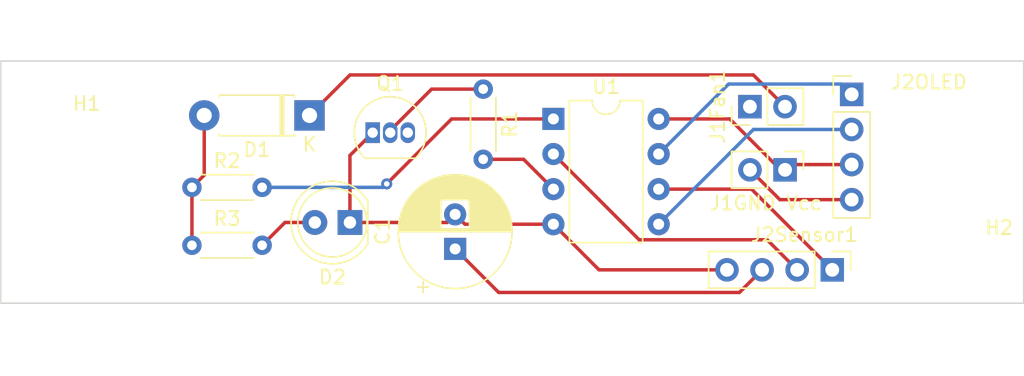
<source format=kicad_pcb>
(kicad_pcb (version 20211014) (generator pcbnew)
  (layers (0 "F.Cu" signal) (31 "B.Cu" signal) (34 "B.Paste" user) (35 "F.Paste" user) (36 "B.SilkS" user "B.Silkscreen") (37 "F.SilkS" user "F.Silkscreen") (38 "B.Mask" user) (39 "F.Mask" user) (44 "Edge.Cuts" user))
  (net 0 "")
  (net 1 "/Vcc")
  (net 2 "GND")
  (net 3 "/Fan1")
  (net 4 "Net-(D2-Pad2)")
  (net 5 "/Fan2")
  (net 6 "/Enable")
  (net 7 "/AI_OUT")
  (net 8 "Net-(Q1-Pad2)")
  (net 9 "Net-(R1-Pad2)")
  (net 10 "Net-(R2-Pad2)")
  (net 11 "/SDA")
  (net 12 "/SCL")
  (footprint "Resistor_THT:R_Axial_DIN0204_L3.6mm_D1.6mm_P5.08mm_Horizontal" (layer "F.Cu") (at 109.728 84.836)
    (fp_text reference "R3" (at 2.54 -1.92) (layer "F.SilkS"))
    (fp_text value "R330")
    (fp_line (start 0.62 0.92) (end 4.46 0.92) (layer "F.SilkS") (width 0.12))
    (fp_line (start 0.62 -0.92) (end 4.46 -0.92) (layer "F.SilkS") (width 0.12))
    (pad "1" thru_hole circle (at 0 0) (size 1.4 1.4) (drill 0.7) (layers *.Cu *.Mask) (net 1 "/Vcc"))
    (pad "2" thru_hole oval (at 5.08 0) (size 1.4 1.4) (drill 0.7) (layers *.Cu *.Mask) (net 4 "Net-(D2-Pad2)"))
  )
  (footprint "Resistor_THT:R_Axial_DIN0204_L3.6mm_D1.6mm_P5.08mm_Horizontal" (layer "F.Cu") (at 130.81 73.533 -90)
    (fp_text reference "R1" (at 2.54 -1.92 90) (layer "F.SilkS"))
    (fp_text value "10k")
    (fp_line (start 0.62 0.92) (end 4.46 0.92) (layer "F.SilkS") (width 0.12))
    (fp_line (start 0.62 -0.92) (end 4.46 -0.92) (layer "F.SilkS") (width 0.12))
    (pad "1" thru_hole circle (at 0 0 270) (size 1.4 1.4) (drill 0.7) (layers *.Cu *.Mask) (net 8 "Net-(Q1-Pad2)"))
    (pad "2" thru_hole oval (at 5.08 0 270) (size 1.4 1.4) (drill 0.7) (layers *.Cu *.Mask) (net 9 "Net-(R1-Pad2)"))
  )
  (footprint "Diode_THT:D_DO-41_SOD81_P7.62mm_Horizontal" (layer "F.Cu") (at 118.237 75.438 180)
    (fp_text reference "D1" (at 3.81 -2.47 180) (layer "F.SilkS"))
    (fp_text value "1N53xxB")
    (fp_text user "K" (at 0 -2.1 180) (layer "F.SilkS"))
    (fp_line (start 1.09 -1.34) (end 1.09 -1.47) (layer "F.SilkS") (width 0.12))
    (fp_line (start 2.11 -1.47) (end 2.11 1.47) (layer "F.SilkS") (width 0.12))
    (fp_line (start 6.53 1.47) (end 6.53 1.34) (layer "F.SilkS") (width 0.12))
    (fp_line (start 1.99 -1.47) (end 1.99 1.47) (layer "F.SilkS") (width 0.12))
    (fp_line (start 1.09 1.34) (end 1.09 1.47) (layer "F.SilkS") (width 0.12))
    (fp_line (start 1.09 1.47) (end 6.53 1.47) (layer "F.SilkS") (width 0.12))
    (fp_line (start 1.87 -1.47) (end 1.87 1.47) (layer "F.SilkS") (width 0.12))
    (fp_line (start 1.09 -1.47) (end 6.53 -1.47) (layer "F.SilkS") (width 0.12))
    (fp_line (start 6.53 -1.47) (end 6.53 -1.34) (layer "F.SilkS") (width 0.12))
    (pad "1" thru_hole rect (at 0 0 180) (size 2.2 2.2) (drill 1.1) (layers *.Cu *.Mask) (net 3 "/Fan1"))
    (pad "2" thru_hole oval (at 7.62 0 180) (size 2.2 2.2) (drill 1.1) (layers *.Cu *.Mask) (net 1 "/Vcc"))
  )
  (footprint "Resistor_THT:R_Axial_DIN0204_L3.6mm_D1.6mm_P5.08mm_Horizontal" (layer "F.Cu") (at 109.728 80.645)
    (fp_text reference "R2" (at 2.54 -1.92) (layer "F.SilkS"))
    (fp_text value "10K")
    (fp_line (start 0.62 0.92) (end 4.46 0.92) (layer "F.SilkS") (width 0.12))
    (fp_line (start 0.62 -0.92) (end 4.46 -0.92) (layer "F.SilkS") (width 0.12))
    (pad "1" thru_hole circle (at 0 0) (size 1.4 1.4) (drill 0.7) (layers *.Cu *.Mask) (net 1 "/Vcc"))
    (pad "2" thru_hole oval (at 5.08 0) (size 1.4 1.4) (drill 0.7) (layers *.Cu *.Mask) (net 10 "Net-(R2-Pad2)"))
  )
  (footprint "Connector_PinHeader_2.54mm:PinHeader_1x02_P2.54mm_Vertical" (layer "F.Cu") (at 152.659 79.375 -90)
    (fp_text reference "J1GND Vcc" (at 2.413 1.402 180) (layer "F.SilkS"))
    (fp_text value "Conn_01x02_Female")
    (fp_line (start -1.33 1.27) (end -1.33 3.87) (layer "F.SilkS") (width 0.12))
    (fp_line (start 1.33 1.27) (end 1.33 3.87) (layer "F.SilkS") (width 0.12))
    (fp_line (start -1.33 0) (end -1.33 -1.33) (layer "F.SilkS") (width 0.12))
    (fp_line (start -1.33 -1.33) (end 0 -1.33) (layer "F.SilkS") (width 0.12))
    (fp_line (start -1.33 3.87) (end 1.33 3.87) (layer "F.SilkS") (width 0.12))
    (fp_line (start -1.33 1.27) (end 1.33 1.27) (layer "F.SilkS") (width 0.12))
    (pad "1" thru_hole rect (at 0 0 270) (size 1.7 1.7) (drill 1) (layers *.Cu *.Mask) (net 1 "/Vcc"))
    (pad "2" thru_hole oval (at 0 2.54 270) (size 1.7 1.7) (drill 1) (layers *.Cu *.Mask) (net 2 "GND"))
  )
  (footprint "MountingHole:MountingHole_4.3mm_M4" (layer "F.Cu") (at 102.108 79.883)
    (fp_text reference "H1" (at 0 -5.3) (layer "F.SilkS"))
    (fp_text value "MountingHole")
    (pad "" np_thru_hole circle (at 0 0) (size 4.3 4.3) (drill 4.3) (layers *.Cu *.Mask))
  )
  (footprint "MountingHole:MountingHole_4.3mm_M4" (layer "F.Cu") (at 164.084 79.248)
    (fp_text reference "H2" (at 4.064 4.318) (layer "F.SilkS"))
    (fp_text value "MountingHole")
    (pad "" np_thru_hole circle (at 0 0) (size 4.3 4.3) (drill 4.3) (layers *.Cu *.Mask))
  )
  (footprint "LED_THT:LED_D5.0mm_Clear" (layer "F.Cu") (at 121.163 83.185 180)
    (fp_text reference "D2" (at 1.27 -3.96 180) (layer "F.SilkS"))
    (fp_text value "LED")
    (fp_line (start -1.29 -1.545) (end -1.29 1.545) (layer "F.SilkS") (width 0.12))
    (fp_arc (start 4.26 -0.000462) (mid 2.072002 2.880433) (end -1.29 1.54483) (layer "F.SilkS") (width 0.12))
    (fp_arc (start -1.29 -1.54483) (mid 2.072002 -2.880433) (end 4.26 0.000462) (layer "F.SilkS") (width 0.12))
    (fp_circle (center 1.27 0) (end 3.77 0) (layer "F.SilkS") (width 0.12) (fill none))
    (pad "1" thru_hole rect (at 0 0 180) (size 1.8 1.8) (drill 0.9) (layers *.Cu *.Mask) (net 2 "GND"))
    (pad "2" thru_hole circle (at 2.54 0 180) (size 1.8 1.8) (drill 0.9) (layers *.Cu *.Mask) (net 4 "Net-(D2-Pad2)"))
  )
  (footprint "Connector_PinHeader_2.54mm:PinHeader_1x04_P2.54mm_Vertical" (layer "F.Cu") (at 156.073 86.614 -90)
    (fp_text reference "J2Sensor1" (at -2.54 2.022 180) (layer "F.SilkS"))
    (fp_text value "Conn_01x04_Female")
    (fp_line (start 1.33 1.27) (end 1.33 8.95) (layer "F.SilkS") (width 0.12))
    (fp_line (start -1.33 1.27) (end -1.33 8.95) (layer "F.SilkS") (width 0.12))
    (fp_line (start -1.33 0) (end -1.33 -1.33) (layer "F.SilkS") (width 0.12))
    (fp_line (start -1.33 1.27) (end 1.33 1.27) (layer "F.SilkS") (width 0.12))
    (fp_line (start -1.33 -1.33) (end 0 -1.33) (layer "F.SilkS") (width 0.12))
    (fp_line (start -1.33 8.95) (end 1.33 8.95) (layer "F.SilkS") (width 0.12))
    (pad "1" thru_hole rect (at 0 0 270) (size 1.7 1.7) (drill 1) (layers *.Cu *.Mask) (net 6 "/Enable"))
    (pad "2" thru_hole oval (at 0 2.54 270) (size 1.7 1.7) (drill 1) (layers *.Cu *.Mask) (net 7 "/AI_OUT"))
    (pad "3" thru_hole oval (at 0 5.08 270) (size 1.7 1.7) (drill 1) (layers *.Cu *.Mask) (net 1 "/Vcc"))
    (pad "4" thru_hole oval (at 0 7.62 270) (size 1.7 1.7) (drill 1) (layers *.Cu *.Mask) (net 2 "GND"))
  )
  (footprint "Capacitor_THT:CP_Radial_D8.0mm_P2.50mm" (layer "F.Cu") (at 128.778 85.099651 90)
    (fp_text reference "C1" (at 1.25 -5.25 90) (layer "F.SilkS"))
    (fp_text value "100")
    (fp_line (start 1.77 1.04) (end 1.77 4.048) (layer "F.SilkS") (width 0.12))
    (fp_line (start 3.331 -3.517) (end 3.331 -1.04) (layer "F.SilkS") (width 0.12))
    (fp_line (start 3.371 1.04) (end 3.371 3.493) (layer "F.SilkS") (width 0.12))
    (fp_line (start 4.131 -2.907) (end 4.131 2.907) (layer "F.SilkS") (width 0.12))
    (fp_line (start 2.851 -3.757) (end 2.851 -1.04) (layer "F.SilkS") (width 0.12))
    (fp_line (start 2.891 1.04) (end 2.891 3.74) (layer "F.SilkS") (width 0.12))
    (fp_line (start 3.131 1.04) (end 3.131 3.627) (layer "F.SilkS") (width 0.12))
    (fp_line (start -2.759698 -2.715) (end -2.759698 -1.915) (layer "F.SilkS") (width 0.12))
    (fp_line (start 2.971 -3.704) (end 2.971 -1.04) (layer "F.SilkS") (width 0.12))
    (fp_line (start 1.77 -4.048) (end 1.77 -1.04) (layer "F.SilkS") (width 0.12))
    (fp_line (start 4.331 -2.697) (end 4.331 2.697) (layer "F.SilkS") (width 0.12))
    (fp_line (start 3.971 -3.055) (end 3.971 3.055) (layer "F.SilkS") (width 0.12))
    (fp_line (start 2.451 1.04) (end 2.451 3.902) (layer "F.SilkS") (width 0.12))
    (fp_line (start 2.731 1.04) (end 2.731 3.805) (layer "F.SilkS") (width 0.12))
    (fp_line (start 5.171 -1.229) (end 5.171 1.229) (layer "F.SilkS") (width 0.12))
    (fp_line (start 3.651 -3.309) (end 3.651 3.309) (layer "F.SilkS") (width 0.12))
    (fp_line (start 5.131 -1.346) (end 5.131 1.346) (layer "F.SilkS") (width 0.12))
    (fp_line (start 5.251 -0.948) (end 5.251 0.948) (layer "F.SilkS") (width 0.12))
    (fp_line (start 4.091 -2.945) (end 4.091 2.945) (layer "F.SilkS") (width 0.12))
    (fp_line (start 2.411 -3.914) (end 2.411 -1.04) (layer "F.SilkS") (width 0.12))
    (fp_line (start 1.37 -4.079) (end 1.37 4.079) (layer "F.SilkS") (width 0.12))
    (fp_line (start 4.571 -2.4) (end 4.571 2.4) (layer "F.SilkS") (width 0.12))
    (fp_line (start 1.89 1.04) (end 1.89 4.03) (layer "F.SilkS") (width 0.12))
    (fp_line (start 3.611 -3.338) (end 3.611 3.338) (layer "F.SilkS") (width 0.12))
    (fp_line (start 2.531 -3.877) (end 2.531 -1.04) (layer "F.SilkS") (width 0.12))
    (fp_line (start 2.731 -3.805) (end 2.731 -1.04) (layer "F.SilkS") (width 0.12))
    (fp_line (start 2.931 1.04) (end 2.931 3.722) (layer "F.SilkS") (width 0.12))
    (fp_line (start 3.851 -3.156) (end 3.851 3.156) (layer "F.SilkS") (width 0.12))
    (fp_line (start 5.011 -1.645) (end 5.011 1.645) (layer "F.SilkS") (width 0.12))
    (fp_line (start 5.291 -0.768) (end 5.291 0.768) (layer "F.SilkS") (width 0.12))
    (fp_line (start 4.851 -1.964) (end 4.851 1.964) (layer "F.SilkS") (width 0.12))
    (fp_line (start 2.331 -3.936) (end 2.331 -1.04) (layer "F.SilkS") (width 0.12))
    (fp_line (start 2.371 1.04) (end 2.371 3.925) (layer "F.SilkS") (width 0.12))
    (fp_line (start 4.811 -2.034) (end 4.811 2.034) (layer "F.SilkS") (width 0.12))
    (fp_line (start 2.011 -4.01) (end 2.011 -1.04) (layer "F.SilkS") (width 0.12))
    (fp_line (start 3.091 -3.647) (end 3.091 -1.04) (layer "F.SilkS") (width 0.12))
    (fp_line (start 1.65 -4.061) (end 1.65 -1.04) (layer "F.SilkS") (width 0.12))
    (fp_line (start 3.731 -3.25) (end 3.731 3.25) (layer "F.SilkS") (width 0.12))
    (fp_line (start 3.891 -3.124) (end 3.891 3.124) (layer "F.SilkS") (width 0.12))
    (fp_line (start 3.691 -3.28) (end 3.691 3.28) (layer "F.SilkS") (width 0.12))
    (fp_line (start 3.291 1.04) (end 3.291 3.54) (layer "F.SilkS") (width 0.12))
    (fp_line (start 2.931 -3.722) (end 2.931 -1.04) (layer "F.SilkS") (width 0.12))
    (fp_line (start 2.331 1.04) (end 2.331 3.936) (layer "F.SilkS") (width 0.12))
    (fp_line (start 4.931 -1.813) (end 4.931 1.813) (layer "F.SilkS") (width 0.12))
    (fp_line (start 3.251 1.04) (end 3.251 3.562) (layer "F.SilkS") (width 0.12))
    (fp_line (start 3.251 -3.562) (end 3.251 -1.04) (layer "F.SilkS") (width 0.12))
    (fp_line (start 4.251 -2.784) (end 4.251 2.784) (layer "F.SilkS") (width 0.12))
    (fp_line (start 1.85 -4.037) (end 1.85 -1.04) (layer "F.SilkS") (width 0.12))
    (fp_line (start 2.451 -3.902) (end 2.451 -1.04) (layer "F.SilkS") (width 0.12))
    (fp_line (start 3.091 1.04) (end 3.091 3.647) (layer "F.SilkS") (width 0.12))
    (fp_line (start 2.691 1.04) (end 2.691 3.821) (layer "F.SilkS") (width 0.12))
    (fp_line (start 3.411 -3.469) (end 3.411 -1.04) (layer "F.SilkS") (width 0.12))
    (fp_line (start 2.651 1.04) (end 2.651 3.835) (layer "F.SilkS") (width 0.12))
    (fp_line (start 2.291 -3.947) (end 2.291 -1.04) (layer "F.SilkS") (width 0.12))
    (fp_line (start 4.051 -2.983) (end 4.051 2.983) (layer "F.SilkS") (width 0.12))
    (fp_line (start 2.011 1.04) (end 2.011 4.01) (layer "F.SilkS") (width 0.12))
    (fp_line (start 2.811 1.04) (end 2.811 3.774) (layer "F.SilkS") (width 0.12))
    (fp_line (start 1.971 -4.017) (end 1.971 -1.04) (layer "F.SilkS") (width 0.12))
    (fp_line (start 4.171 -2.867) (end 4.171 2.867) (layer "F.SilkS") (width 0.12))
    (fp_line (start 3.451 -3.444) (end 3.451 -1.04) (layer "F.SilkS") (width 0.12))
    (fp_line (start 3.211 1.04) (end 3.211 3.584) (layer "F.SilkS") (width 0.12))
    (fp_line (start 4.771 -2.102) (end 4.771 2.102) (layer "F.SilkS") (width 0.12))
    (fp_line (start 3.531 -3.392) (end 3.531 -1.04) (layer "F.SilkS") (width 0.12))
    (fp_line (start 5.091 -1.453) (end 5.091 1.453) (layer "F.SilkS") (width 0.12))
    (fp_line (start 2.811 -3.774) (end 2.811 -1.04) (layer "F.SilkS") (width 0.12))
    (fp_line (start 2.051 1.04) (end 2.051 4.002) (layer "F.SilkS") (width 0.12))
    (fp_line (start 1.49 -4.074) (end 1.49 -1.04) (layer "F.SilkS") (width 0.12))
    (fp_line (start 2.131 1.04) (end 2.131 3.985) (layer "F.SilkS") (width 0.12))
    (fp_line (start 2.571 1.04) (end 2.571 3.863) (layer "F.SilkS") (width 0.12))
    (fp_line (start 3.371 -3.493) (end 3.371 -1.04) (layer "F.SilkS") (width 0.12))
    (fp_line (start -3.159698 -2.315) (end -2.359698 -2.315) (layer "F.SilkS") (width 0.12))
    (fp_line (start 4.731 -2.166) (end 4.731 2.166) (layer "F.SilkS") (width 0.12))
    (fp_line (start 1.57 1.04) (end 1.57 4.068) (layer "F.SilkS") (width 0.12))
    (fp_line (start 4.651 -2.287) (end 4.651 2.287) (layer "F.SilkS") (width 0.12))
    (fp_line (start 2.891 -3.74) (end 2.891 -1.04) (layer "F.SilkS") (width 0.12))
    (fp_line (start 1.29 -4.08) (end 1.29 4.08) (layer "F.SilkS") (width 0.12))
    (fp_line (start 2.771 -3.79) (end 2.771 -1.04) (layer "F.SilkS") (width 0.12))
    (fp_line (start 3.331 1.04) (end 3.331 3.517) (layer "F.SilkS") (width 0.12))
    (fp_line (start 2.851 1.04) (end 2.851 3.757) (layer "F.SilkS") (width 0.12))
    (fp_line (start 1.971 1.04) (end 1.971 4.017) (layer "F.SilkS") (width 0.12))
    (fp_line (start 4.451 -2.556) (end 4.451 2.556) (layer "F.SilkS") (width 0.12))
    (fp_line (start 1.61 -4.065) (end 1.61 -1.04) (layer "F.SilkS") (width 0.12))
    (fp_line (start 1.57 -4.068) (end 1.57 -1.04) (layer "F.SilkS") (width 0.12))
    (fp_line (start 3.171 -3.606) (end 3.171 -1.04) (layer "F.SilkS") (width 0.12))
    (fp_line (start 4.531 -2.454) (end 4.531 2.454) (layer "F.SilkS") (width 0.12))
    (fp_line (start 3.011 -3.686) (end 3.011 -1.04) (layer "F.SilkS") (width 0.12))
    (fp_line (start 1.53 1.04) (end 1.53 4.071) (layer "F.SilkS") (width 0.12))
    (fp_line (start 3.411 1.04) (end 3.411 3.469) (layer "F.SilkS") (width 0.12))
    (fp_line (start 2.691 -3.821) (end 2.691 -1.04) (layer "F.SilkS") (width 0.12))
    (fp_line (start 2.211 -3.967) (end 2.211 -1.04) (layer "F.SilkS") (width 0.12))
    (fp_line (start 2.971 1.04) (end 2.971 3.704) (layer "F.SilkS") (width 0.12))
    (fp_line (start 3.211 -3.584) (end 3.211 -1.04) (layer "F.SilkS") (width 0.12))
    (fp_line (start 2.171 1.04) (end 2.171 3.976) (layer "F.SilkS") (width 0.12))
    (fp_line (start 1.93 -4.024) (end 1.93 -1.04) (layer "F.SilkS") (width 0.12))
    (fp_line (start 1.33 -4.08) (end 1.33 4.08) (layer "F.SilkS") (width 0.12))
    (fp_line (start 4.491 -2.505) (end 4.491 2.505) (layer "F.SilkS") (width 0.12))
    (fp_line (start 3.531 1.04) (end 3.531 3.392) (layer "F.SilkS") (width 0.12))
    (fp_line (start 1.89 -4.03) (end 1.89 -1.04) (layer "F.SilkS") (width 0.12))
    (fp_line (start 2.091 -3.994) (end 2.091 -1.04) (layer "F.SilkS") (width 0.12))
    (fp_line (start 3.771 -3.22) (end 3.771 3.22) (layer "F.SilkS") (width 0.12))
    (fp_line (start 1.85 1.04) (end 1.85 4.037) (layer "F.SilkS") (width 0.12))
    (fp_line (start 2.051 -4.002) (end 2.051 -1.04) (layer "F.SilkS") (width 0.12))
    (fp_line (start 2.251 1.04) (end 2.251 3.957) (layer "F.SilkS") (width 0.12))
    (fp_line (start 3.811 -3.189) (end 3.811 3.189) (layer "F.SilkS") (width 0.12))
    (fp_line (start 4.291 -2.741) (end 4.291 2.741) (layer "F.SilkS") (width 0.12))
    (fp_line (start 1.49 1.04) (end 1.49 4.074) (layer "F.SilkS") (width 0.12))
    (fp_line (start 5.051 -1.552) (end 5.051 1.552) (layer "F.SilkS") (width 0.12))
    (fp_line (start 5.211 -1.098) (end 5.211 1.098) (layer "F.SilkS") (width 0.12))
    (fp_line (start 4.611 -2.345) (end 4.611 2.345) (layer "F.SilkS") (width 0.12))
    (fp_line (start 4.891 -1.89) (end 4.891 1.89) (layer "F.SilkS") (width 0.12))
    (fp_line (start 1.81 -4.042) (end 1.81 -1.04) (layer "F.SilkS") (width 0.12))
    (fp_line (start 1.93 1.04) (end 1.93 4.024) (layer "F.SilkS") (width 0.12))
    (fp_line (start 3.051 1.04) (end 3.051 3.666) (layer "F.SilkS") (width 0.12))
    (fp_line (start 2.091 1.04) (end 2.091 3.994) (layer "F.SilkS") (width 0.12))
    (fp_line (start 2.611 1.04) (end 2.611 3.85) (layer "F.SilkS") (width 0.12))
    (fp_line (start 2.531 1.04) (end 2.531 3.877) (layer "F.SilkS") (width 0.12))
    (fp_line (start 4.011 -3.019) (end 4.011 3.019) (layer "F.SilkS") (width 0.12))
    (fp_line (start 3.931 -3.09) (end 3.931 3.09) (layer "F.SilkS") (width 0.12))
    (fp_line (start 2.251 -3.957) (end 2.251 -1.04) (layer "F.SilkS") (width 0.12))
    (fp_line (start 1.53 -4.071) (end 1.53 -1.04) (layer "F.SilkS") (width 0.12))
    (fp_line (start 4.211 -2.826) (end 4.211 2.826) (layer "F.SilkS") (width 0.12))
    (fp_line (start 1.81 1.04) (end 1.81 4.042) (layer "F.SilkS") (width 0.12))
    (fp_line (start 4.411 -2.604) (end 4.411 2.604) (layer "F.SilkS") (width 0.12))
    (fp_line (start 1.65 1.04) (end 1.65 4.061) (layer "F.SilkS") (width 0.12))
    (fp_line (start 1.69 1.04) (end 1.69 4.057) (layer "F.SilkS") (width 0.12))
    (fp_line (start 2.491 -3.889) (end 2.491 -1.04) (layer "F.SilkS") (width 0.12))
    (fp_line (start 1.25 -4.08) (end 1.25 4.08) (layer "F.SilkS") (width 0.12))
    (fp_line (start 3.131 -3.627) (end 3.131 -1.04) (layer "F.SilkS") (width 0.12))
    (fp_line (start 2.411 1.04) (end 2.411 3.914) (layer "F.SilkS") (width 0.12))
    (fp_line (start 2.611 -3.85) (end 2.611 -1.04) (layer "F.SilkS") (width 0.12))
    (fp_line (start 2.291 1.04) (end 2.291 3.947) (layer "F.SilkS") (width 0.12))
    (fp_line (start 2.171 -3.976) (end 2.171 -1.04) (layer "F.SilkS") (width 0.12))
    (fp_line (start 1.45 -4.076) (end 1.45 4.076) (layer "F.SilkS") (width 0.12))
    (fp_line (start 3.451 1.04) (end 3.451 3.444) (layer "F.SilkS") (width 0.12))
    (fp_line (start 2.371 -3.925) (end 2.371 -1.04) (layer "F.SilkS") (width 0.12))
    (fp_line (start 4.691 -2.228) (end 4.691 2.228) (layer "F.SilkS") (width 0.12))
    (fp_line (start 4.971 -1.731) (end 4.971 1.731) (layer "F.SilkS") (width 0.12))
    (fp_line (start 2.211 1.04) (end 2.211 3.967) (layer "F.SilkS") (width 0.12))
    (fp_line (start 3.291 -3.54) (end 3.291 -1.04) (layer "F.SilkS") (width 0.12))
    (fp_line (start 3.171 1.04) (end 3.171 3.606) (layer "F.SilkS") (width 0.12))
    (fp_line (start 4.371 -2.651) (end 4.371 2.651) (layer "F.SilkS") (width 0.12))
    (fp_line (start 5.331 -0.533) (end 5.331 0.533) (layer "F.SilkS") (width 0.12))
    (fp_line (start 3.571 -3.365) (end 3.571 3.365) (layer "F.SilkS") (width 0.12))
    (fp_line (start 1.61 1.04) (end 1.61 4.065) (layer "F.SilkS") (width 0.12))
    (fp_line (start 2.491 1.04) (end 2.491 3.889) (layer "F.SilkS") (width 0.12))
    (fp_line (start 2.771 1.04) (end 2.771 3.79) (layer "F.SilkS") (width 0.12))
    (fp_line (start 3.051 -3.666) (end 3.051 -1.04) (layer "F.SilkS") (width 0.12))
    (fp_line (start 1.69 -4.057) (end 1.69 -1.04) (layer "F.SilkS") (width 0.12))
    (fp_line (start 3.491 1.04) (end 3.491 3.418) (layer "F.SilkS") (width 0.12))
    (fp_line (start 1.73 1.04) (end 1.73 4.052) (layer "F.SilkS") (width 0.12))
    (fp_line (start 1.41 -4.077) (end 1.41 4.077) (layer "F.SilkS") (width 0.12))
    (fp_line (start 1.73 -4.052) (end 1.73 -1.04) (layer "F.SilkS") (width 0.12))
    (fp_line (start 2.651 -3.835) (end 2.651 -1.04) (layer "F.SilkS") (width 0.12))
    (fp_line (start 3.491 -3.418) (end 3.491 -1.04) (layer "F.SilkS") (width 0.12))
    (fp_line (start 3.011 1.04) (end 3.011 3.686) (layer "F.SilkS") (width 0.12))
    (fp_line (start 2.131 -3.985) (end 2.131 -1.04) (layer "F.SilkS") (width 0.12))
    (fp_line (start 2.571 -3.863) (end 2.571 -1.04) (layer "F.SilkS") (width 0.12))
    (fp_circle (center 1.25 0) (end 5.37 0) (layer "F.SilkS") (width 0.12) (fill none))
    (pad "1" thru_hole rect (at 0 0 90) (size 1.6 1.6) (drill 0.8) (layers *.Cu *.Mask) (net 1 "/Vcc"))
    (pad "2" thru_hole circle (at 2.5 0 90) (size 1.6 1.6) (drill 0.8) (layers *.Cu *.Mask) (net 2 "GND"))
  )
  (footprint "Package_DIP:DIP-8_W7.62mm" (layer "F.Cu") (at 135.89 75.692)
    (fp_text reference "U1" (at 3.81 -2.33) (layer "F.SilkS"))
    (fp_text value "ATtiny85-20P")
    (fp_line (start 1.16 -1.33) (end 1.16 8.95) (layer "F.SilkS") (width 0.12))
    (fp_line (start 1.16 8.95) (end 6.46 8.95) (layer "F.SilkS") (width 0.12))
    (fp_line (start 2.81 -1.33) (end 1.16 -1.33) (layer "F.SilkS") (width 0.12))
    (fp_line (start 6.46 -1.33) (end 4.81 -1.33) (layer "F.SilkS") (width 0.12))
    (fp_line (start 6.46 8.95) (end 6.46 -1.33) (layer "F.SilkS") (width 0.12))
    (fp_arc (start 4.81 -1.33) (mid 3.81 -0.33) (end 2.81 -1.33) (layer "F.SilkS") (width 0.12))
    (pad "1" thru_hole rect (at 0 0) (size 1.6 1.6) (drill 0.8) (layers *.Cu *.Mask) (net 10 "Net-(R2-Pad2)"))
    (pad "2" thru_hole oval (at 0 2.54) (size 1.6 1.6) (drill 0.8) (layers *.Cu *.Mask) (net 7 "/AI_OUT"))
    (pad "3" thru_hole oval (at 0 5.08) (size 1.6 1.6) (drill 0.8) (layers *.Cu *.Mask) (net 9 "Net-(R1-Pad2)"))
    (pad "4" thru_hole oval (at 0 7.62) (size 1.6 1.6) (drill 0.8) (layers *.Cu *.Mask) (net 2 "GND"))
    (pad "5" thru_hole oval (at 7.62 7.62) (size 1.6 1.6) (drill 0.8) (layers *.Cu *.Mask) (net 11 "/SDA"))
    (pad "6" thru_hole oval (at 7.62 5.08) (size 1.6 1.6) (drill 0.8) (layers *.Cu *.Mask) (net 6 "/Enable"))
    (pad "7" thru_hole oval (at 7.62 2.54) (size 1.6 1.6) (drill 0.8) (layers *.Cu *.Mask) (net 12 "/SCL"))
    (pad "8" thru_hole oval (at 7.62 0) (size 1.6 1.6) (drill 0.8) (layers *.Cu *.Mask) (net 1 "/Vcc"))
  )
  (footprint "Package_TO_SOT_THT:TO-92_Inline" (layer "F.Cu") (at 122.809 76.687)
    (fp_text reference "Q1" (at 1.27 -3.56) (layer "F.SilkS"))
    (fp_text value "2N3905")
    (fp_line (start -0.53 1.85) (end 3.07 1.85) (layer "F.SilkS") (width 0.12))
    (fp_arc (start -0.568478 1.838478) (mid -1.132087 -0.994977) (end 1.27 -2.6) (layer "F.SilkS") (width 0.12))
    (fp_arc (start 1.27 -2.6) (mid 3.672087 -0.994977) (end 3.108478 1.838478) (layer "F.SilkS") (width 0.12))
    (pad "1" thru_hole rect (at 0 0) (size 1.05 1.5) (drill 0.75) (layers *.Cu *.Mask) (net 2 "GND"))
    (pad "2" thru_hole oval (at 1.27 0) (size 1.05 1.5) (drill 0.75) (layers *.Cu *.Mask) (net 8 "Net-(Q1-Pad2)"))
    (pad "3" thru_hole oval (at 2.54 0) (size 1.05 1.5) (drill 0.75) (layers *.Cu *.Mask) (net 5 "/Fan2"))
  )
  (footprint "Connector_PinHeader_2.54mm:PinHeader_1x04_P2.54mm_Vertical" (layer "F.Cu") (at 157.48 73.914)
    (fp_text reference "J2OLED" (at 5.588 -0.889) (layer "F.SilkS"))
    (fp_text value "Conn_01x04_Female")
    (fp_line (start -1.33 1.27) (end -1.33 8.95) (layer "F.SilkS") (width 0.12))
    (fp_line (start 1.33 1.27) (end 1.33 8.95) (layer "F.SilkS") (width 0.12))
    (fp_line (start -1.33 -1.33) (end 0 -1.33) (layer "F.SilkS") (width 0.12))
    (fp_line (start -1.33 1.27) (end 1.33 1.27) (layer "F.SilkS") (width 0.12))
    (fp_line (start -1.33 0) (end -1.33 -1.33) (layer "F.SilkS") (width 0.12))
    (fp_line (start -1.33 8.95) (end 1.33 8.95) (layer "F.SilkS") (width 0.12))
    (pad "1" thru_hole rect (at 0 0) (size 1.7 1.7) (drill 1) (layers *.Cu *.Mask) (net 12 "/SCL"))
    (pad "2" thru_hole oval (at 0 2.54) (size 1.7 1.7) (drill 1) (layers *.Cu *.Mask) (net 11 "/SDA"))
    (pad "3" thru_hole oval (at 0 5.08) (size 1.7 1.7) (drill 1) (layers *.Cu *.Mask) (net 1 "/Vcc"))
    (pad "4" thru_hole oval (at 0 7.62) (size 1.7 1.7) (drill 1) (layers *.Cu *.Mask) (net 2 "GND"))
  )
  (footprint "Connector_PinHeader_2.54mm:PinHeader_1x02_P2.54mm_Vertical" (layer "F.Cu") (at 150.114 74.803 90)
    (fp_text reference "J1Fan1" (at 0 -2.33 90) (layer "F.SilkS"))
    (fp_text value "Conn_01x02_Female")
    (fp_line (start -1.33 3.87) (end 1.33 3.87) (layer "F.SilkS") (width 0.12))
    (fp_line (start -1.33 0) (end -1.33 -1.33) (layer "F.SilkS") (width 0.12))
    (fp_line (start -1.33 -1.33) (end 0 -1.33) (layer "F.SilkS") (width 0.12))
    (fp_line (start -1.33 1.27) (end 1.33 1.27) (layer "F.SilkS") (width 0.12))
    (fp_line (start 1.33 1.27) (end 1.33 3.87) (layer "F.SilkS") (width 0.12))
    (fp_line (start -1.33 1.27) (end -1.33 3.87) (layer "F.SilkS") (width 0.12))
    (pad "1" thru_hole rect (at 0 0 90) (size 1.7 1.7) (drill 1) (layers *.Cu *.Mask) (net 5 "/Fan2"))
    (pad "2" thru_hole oval (at 0 2.54 90) (size 1.7 1.7) (drill 1) (layers *.Cu *.Mask) (net 3 "/Fan1"))
  )
  (gr_rect (start 95.885 71.501) (end 169.926 89.027) (layer "Edge.Cuts") (width 0.1) (fill none))
  (segment (start 110.617 79.756) (end 109.728 80.645) (width 0.25) (layer "F.Cu") (net 1))
  (segment (start 153.04 78.994) (end 152.659 79.375) (width 0.25) (layer "F.Cu") (net 1))
  (segment (start 131.928792 88.250443) (end 128.778 85.099651) (width 0.25) (layer "F.Cu") (net 1))
  (segment (start 110.617 75.438) (end 110.617 79.756) (width 0.25) (layer "F.Cu") (net 1))
  (segment (start 150.993 86.614) (end 149.356557 88.250443) (width 0.25) (layer "F.Cu") (net 1))
  (segment (start 149.356557 88.250443) (end 131.928792 88.250443) (width 0.25) (layer "F.Cu") (net 1))
  (segment (start 157.48 78.994) (end 153.04 78.994) (width 0.25) (layer "F.Cu") (net 1))
  (segment (start 152.336 79.375) (end 148.653 75.692) (width 0.25) (layer "F.Cu") (net 1))
  (segment (start 148.653 75.692) (end 143.51 75.692) (width 0.25) (layer "F.Cu") (net 1))
  (segment (start 152.659 79.375) (end 152.336 79.375) (width 0.25) (layer "F.Cu") (net 1))
  (segment (start 109.728 80.645) (end 109.728 84.836) (width 0.25) (layer "F.Cu") (net 1))
  (segment (start 128.192651 83.185) (end 128.778 82.599651) (width 0.25) (layer "F.Cu") (net 2))
  (segment (start 139.192 86.614) (end 135.89 83.312) (width 0.25) (layer "F.Cu") (net 2))
  (segment (start 121.163 78.333) (end 122.809 76.687) (width 0.25) (layer "F.Cu") (net 2))
  (segment (start 129.490349 83.312) (end 128.778 82.599651) (width 0.25) (layer "F.Cu") (net 2))
  (segment (start 121.163 83.185) (end 128.192651 83.185) (width 0.25) (layer "F.Cu") (net 2))
  (segment (start 121.163 83.185) (end 121.163 78.333) (width 0.25) (layer "F.Cu") (net 2))
  (segment (start 152.278 81.534) (end 150.119 79.375) (width 0.25) (layer "F.Cu") (net 2))
  (segment (start 135.89 83.312) (end 129.490349 83.312) (width 0.25) (layer "F.Cu") (net 2))
  (segment (start 157.48 81.534) (end 152.278 81.534) (width 0.25) (layer "F.Cu") (net 2))
  (segment (start 148.453 86.614) (end 139.192 86.614) (width 0.25) (layer "F.Cu") (net 2))
  (segment (start 150.359 72.508) (end 152.654 74.803) (width 0.25) (layer "F.Cu") (net 3))
  (segment (start 118.237 75.438) (end 121.167 72.508) (width 0.25) (layer "F.Cu") (net 3))
  (segment (start 121.167 72.508) (end 150.359 72.508) (width 0.25) (layer "F.Cu") (net 3))
  (segment (start 114.808 84.836) (end 116.459 83.185) (width 0.25) (layer "F.Cu") (net 4))
  (segment (start 116.459 83.185) (end 118.623 83.185) (width 0.25) (layer "F.Cu") (net 4))
  (segment (start 150.231 80.772) (end 143.51 80.772) (width 0.25) (layer "F.Cu") (net 6))
  (segment (start 156.073 86.614) (end 150.231 80.772) (width 0.25) (layer "F.Cu") (net 6))
  (segment (start 151.356 84.437) (end 142.095 84.437) (width 0.25) (layer "F.Cu") (net 7))
  (segment (start 142.095 84.437) (end 135.89 78.232) (width 0.25) (layer "F.Cu") (net 7))
  (segment (start 153.533 86.614) (end 151.356 84.437) (width 0.25) (layer "F.Cu") (net 7))
  (segment (start 124.079 76.529918) (end 124.079 76.687) (width 0.25) (layer "F.Cu") (net 8))
  (segment (start 127.075918 73.533) (end 124.079 76.529918) (width 0.25) (layer "F.Cu") (net 8))
  (segment (start 130.81 73.533) (end 127.075918 73.533) (width 0.25) (layer "F.Cu") (net 8))
  (segment (start 130.81 78.613) (end 133.731 78.613) (width 0.25) (layer "F.Cu") (net 9))
  (segment (start 133.731 78.613) (end 135.89 80.772) (width 0.25) (layer "F.Cu") (net 9))
  (segment (start 135.89 75.692) (end 128.524 75.692) (width 0.25) (layer "F.Cu") (net 10))
  (segment (start 128.524 75.692) (end 123.825 80.391) (width 0.25) (layer "F.Cu") (net 10))
  (via (at 123.825 80.391) (size 0.8) (drill 0.4) (layers "F.Cu" "B.Cu") (net 10))
  (segment (start 123.825 80.391) (end 123.571 80.645) (width 0.25) (layer "B.Cu") (net 10))
  (segment (start 123.571 80.645) (end 114.808 80.645) (width 0.25) (layer "B.Cu") (net 10))
  (segment (start 157.48 76.454) (end 150.368 76.454) (width 0.25) (layer "B.Cu") (net 11))
  (segment (start 150.368 76.454) (end 143.51 83.312) (width 0.25) (layer "B.Cu") (net 11))
  (segment (start 156.732557 73.166557) (end 148.575443 73.166557) (width 0.25) (layer "B.Cu") (net 12))
  (segment (start 148.575443 73.166557) (end 143.51 78.232) (width 0.25) (layer "B.Cu") (net 12))
  (segment (start 157.48 73.914) (end 156.732557 73.166557) (width 0.25) (layer "B.Cu") (net 12))
)
</source>
